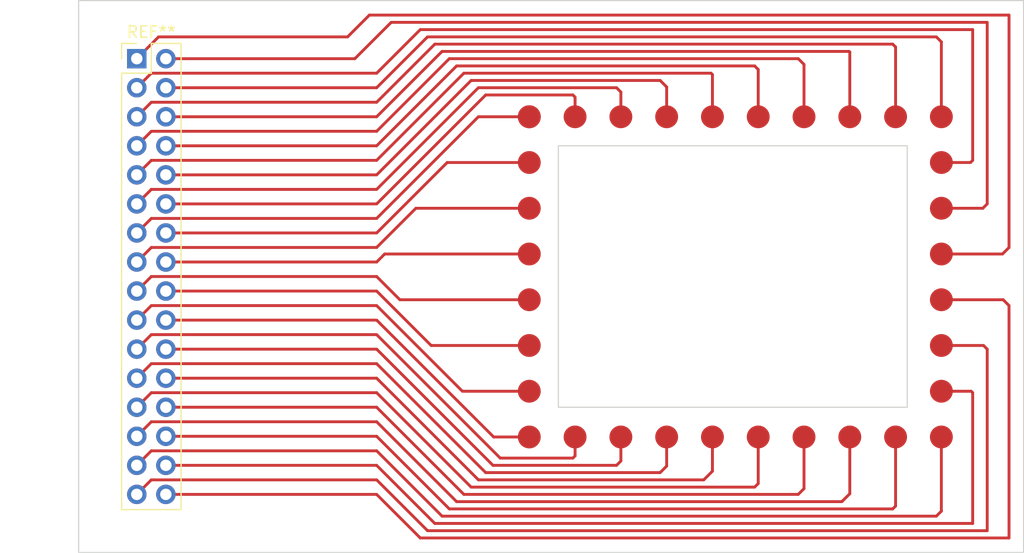
<source format=kicad_pcb>
(kicad_pcb (version 20221018) (generator pcbnew)
  (layers (0 "F.Cu" signal) (31 "B.Cu" signal) (34 "B.Paste" user) (35 "F.Paste" user) (36 "B.SilkS" user "B.Silkscreen") (37 "F.SilkS" user "F.Silkscreen") (38 "B.Mask" user) (39 "F.Mask" user) (44 "Edge.Cuts" user))
  (net 0 "")
  (footprint "Connector_PinHeader_2.54mm:PinHeader_2x16_P2.54mm_Vertical" (layer "F.Cu") (at 161.925 18.925)
    (fp_text reference "REF**" (at 1.27 -2.33) (layer "F.SilkS"))
    (fp_text value "PinHeader_2x16_P2.54mm_Vertical")
    (fp_line (start -1.33 -1.33) (end 0 -1.33) (stroke (width 0.12)) (layer "F.SilkS"))
    (fp_line (start -1.33 0) (end -1.33 -1.33) (stroke (width 0.12)) (layer "F.SilkS"))
    (fp_line (start -1.33 1.27) (end -1.33 39.43) (stroke (width 0.12)) (layer "F.SilkS"))
    (fp_line (start -1.33 1.27) (end 1.27 1.27) (stroke (width 0.12)) (layer "F.SilkS"))
    (fp_line (start -1.33 39.43) (end 3.87 39.43) (stroke (width 0.12)) (layer "F.SilkS"))
    (fp_line (start 1.27 -1.33) (end 3.87 -1.33) (stroke (width 0.12)) (layer "F.SilkS"))
    (fp_line (start 1.27 1.27) (end 1.27 -1.33) (stroke (width 0.12)) (layer "F.SilkS"))
    (fp_line (start 3.87 -1.33) (end 3.87 39.43) (stroke (width 0.12)) (layer "F.SilkS"))
    (pad "1" thru_hole rect (at 0 0) (size 1.7 1.7) (drill 1) (layers "*.Cu" "*.Mask"))
    (pad "2" thru_hole oval (at 2.54 0) (size 1.7 1.7) (drill 1) (layers "*.Cu" "*.Mask"))
    (pad "3" thru_hole oval (at 0 2.54) (size 1.7 1.7) (drill 1) (layers "*.Cu" "*.Mask"))
    (pad "4" thru_hole oval (at 2.54 2.54) (size 1.7 1.7) (drill 1) (layers "*.Cu" "*.Mask"))
    (pad "5" thru_hole oval (at 0 5.08) (size 1.7 1.7) (drill 1) (layers "*.Cu" "*.Mask"))
    (pad "6" thru_hole oval (at 2.54 5.08) (size 1.7 1.7) (drill 1) (layers "*.Cu" "*.Mask"))
    (pad "7" thru_hole oval (at 0 7.62) (size 1.7 1.7) (drill 1) (layers "*.Cu" "*.Mask"))
    (pad "8" thru_hole oval (at 2.54 7.62) (size 1.7 1.7) (drill 1) (layers "*.Cu" "*.Mask"))
    (pad "9" thru_hole oval (at 0 10.16) (size 1.7 1.7) (drill 1) (layers "*.Cu" "*.Mask"))
    (pad "10" thru_hole oval (at 2.54 10.16) (size 1.7 1.7) (drill 1) (layers "*.Cu" "*.Mask"))
    (pad "11" thru_hole oval (at 0 12.7) (size 1.7 1.7) (drill 1) (layers "*.Cu" "*.Mask") (clearance 0.2))
    (pad "12" thru_hole oval (at 2.54 12.7) (size 1.7 1.7) (drill 1) (layers "*.Cu" "*.Mask"))
    (pad "13" thru_hole oval (at 0 15.24) (size 1.7 1.7) (drill 1) (layers "*.Cu" "*.Mask"))
    (pad "14" thru_hole oval (at 2.54 15.24) (size 1.7 1.7) (drill 1) (layers "*.Cu" "*.Mask"))
    (pad "15" thru_hole oval (at 0 17.78) (size 1.7 1.7) (drill 1) (layers "*.Cu" "*.Mask"))
    (pad "16" thru_hole oval (at 2.54 17.78) (size 1.7 1.7) (drill 1) (layers "*.Cu" "*.Mask"))
    (pad "17" thru_hole oval (at 0 20.32) (size 1.7 1.7) (drill 1) (layers "*.Cu" "*.Mask"))
    (pad "18" thru_hole oval (at 2.54 20.32) (size 1.7 1.7) (drill 1) (layers "*.Cu" "*.Mask"))
    (pad "19" thru_hole oval (at 0 22.86) (size 1.7 1.7) (drill 1) (layers "*.Cu" "*.Mask"))
    (pad "20" thru_hole oval (at 2.54 22.86) (size 1.7 1.7) (drill 1) (layers "*.Cu" "*.Mask"))
    (pad "21" thru_hole oval (at 0 25.4) (size 1.7 1.7) (drill 1) (layers "*.Cu" "*.Mask"))
    (pad "22" thru_hole oval (at 2.54 25.4) (size 1.7 1.7) (drill 1) (layers "*.Cu" "*.Mask"))
    (pad "23" thru_hole oval (at 0 27.94) (size 1.7 1.7) (drill 1) (layers "*.Cu" "*.Mask"))
    (pad "24" thru_hole oval (at 2.54 27.94) (size 1.7 1.7) (drill 1) (layers "*.Cu" "*.Mask"))
    (pad "25" thru_hole oval (at 0 30.48) (size 1.7 1.7) (drill 1) (layers "*.Cu" "*.Mask"))
    (pad "26" thru_hole oval (at 2.54 30.48) (size 1.7 1.7) (drill 1) (layers "*.Cu" "*.Mask"))
    (pad "27" thru_hole oval (at 0 33.02) (size 1.7 1.7) (drill 1) (layers "*.Cu" "*.Mask"))
    (pad "28" thru_hole oval (at 2.54 33.02) (size 1.7 1.7) (drill 1) (layers "*.Cu" "*.Mask"))
    (pad "29" thru_hole oval (at 0 35.56) (size 1.7 1.7) (drill 1) (layers "*.Cu" "*.Mask"))
    (pad "30" thru_hole oval (at 2.54 35.56) (size 1.7 1.7) (drill 1) (layers "*.Cu" "*.Mask"))
    (pad "31" thru_hole oval (at 0 38.1) (size 1.7 1.7) (drill 1) (layers "*.Cu" "*.Mask"))
    (pad "32" thru_hole oval (at 2.54 38.1) (size 1.7 1.7) (drill 1) (layers "*.Cu" "*.Mask"))
  )
  (footprint "CustomFootprints:FingerFrame" (layer "F.Cu") (at 196.215 24.005)
    (fp_text reference "REF**" hide)
    (fp_text value "FingerFrame" hide)
    (pad "1" smd circle (at 0 0) (size 2 2) (layers "F.Cu" "F.Paste" "F.Mask"))
    (pad "1" smd circle (at 0 0) (size 2 2) (layers "F.Cu" "F.Paste" "F.Mask"))
    (pad "1" smd circle (at 0 4) (size 2 2) (layers "F.Cu" "F.Paste" "F.Mask"))
    (pad "1" smd circle (at 0 8) (size 2 2) (layers "F.Cu" "F.Paste" "F.Mask"))
    (pad "1" smd circle (at 0 12) (size 2 2) (layers "F.Cu" "F.Paste" "F.Mask"))
    (pad "1" smd circle (at 0 16) (size 2 2) (layers "F.Cu" "F.Paste" "F.Mask"))
    (pad "1" smd circle (at 0 20) (size 2 2) (layers "F.Cu" "F.Paste" "F.Mask"))
    (pad "1" smd circle (at 0 24) (size 2 2) (layers "F.Cu" "F.Paste" "F.Mask"))
    (pad "1" smd circle (at 0 28) (size 2 2) (layers "F.Cu" "F.Paste" "F.Mask"))
    (pad "1" smd circle (at 4 0) (size 2 2) (layers "F.Cu" "F.Paste" "F.Mask"))
    (pad "1" smd circle (at 4 28) (size 2 2) (layers "F.Cu" "F.Paste" "F.Mask"))
    (pad "1" smd circle (at 8 0) (size 2 2) (layers "F.Cu" "F.Paste" "F.Mask"))
    (pad "1" smd circle (at 8 28) (size 2 2) (layers "F.Cu" "F.Paste" "F.Mask"))
    (pad "1" smd circle (at 12 0) (size 2 2) (layers "F.Cu" "F.Paste" "F.Mask"))
    (pad "1" smd circle (at 12 28) (size 2 2) (layers "F.Cu" "F.Paste" "F.Mask"))
    (pad "1" smd circle (at 16 0) (size 2 2) (layers "F.Cu" "F.Paste" "F.Mask"))
    (pad "1" smd circle (at 16 28) (size 2 2) (layers "F.Cu" "F.Paste" "F.Mask"))
    (pad "1" smd circle (at 20 0) (size 2 2) (layers "F.Cu" "F.Paste" "F.Mask"))
    (pad "1" smd circle (at 20 28) (size 2 2) (layers "F.Cu" "F.Paste" "F.Mask"))
    (pad "1" smd circle (at 24 0) (size 2 2) (layers "F.Cu" "F.Paste" "F.Mask"))
    (pad "1" smd circle (at 24 28) (size 2 2) (layers "F.Cu" "F.Paste" "F.Mask"))
    (pad "1" smd circle (at 28 0) (size 2 2) (layers "F.Cu" "F.Paste" "F.Mask"))
    (pad "1" smd circle (at 28 28) (size 2 2) (layers "F.Cu" "F.Paste" "F.Mask"))
    (pad "1" smd circle (at 32 0) (size 2 2) (layers "F.Cu" "F.Paste" "F.Mask"))
    (pad "1" smd circle (at 32 28) (size 2 2) (layers "F.Cu" "F.Paste" "F.Mask"))
    (pad "1" smd circle (at 36 0) (size 2 2) (layers "F.Cu" "F.Paste" "F.Mask"))
    (pad "1" smd circle (at 36 4) (size 2 2) (layers "F.Cu" "F.Paste" "F.Mask"))
    (pad "1" smd circle (at 36 8) (size 2 2) (layers "F.Cu" "F.Paste" "F.Mask"))
    (pad "1" smd circle (at 36 12) (size 2 2) (layers "F.Cu" "F.Paste" "F.Mask"))
    (pad "1" smd circle (at 36 16) (size 2 2) (layers "F.Cu" "F.Paste" "F.Mask"))
    (pad "1" smd circle (at 36 20) (size 2 2) (layers "F.Cu" "F.Paste" "F.Mask"))
    (pad "1" smd circle (at 36 24) (size 2 2) (layers "F.Cu" "F.Paste" "F.Mask"))
    (pad "1" smd circle (at 36 28) (size 2 2) (layers "F.Cu" "F.Paste" "F.Mask"))
  )
  (gr_rect (start 156.845 13.845) (end 239.395 62.105) (stroke (width 0.1)) (fill none) (layer "Edge.Cuts"))
  (gr_rect (start 198.755 26.545) (end 229.235 49.405) (stroke (width 0.1)) (fill none) (layer "Edge.Cuts"))
  (segment (start 204.215 54.105) (end 203.835 54.485) (width 0.25) (layer "F.Cu") (net 0))
  (segment (start 235.84 32.005) (end 232.215 32.005) (width 0.25) (layer "F.Cu") (net 0))
  (segment (start 163.195 30.355) (end 161.925 31.625) (width 0.25) (layer "F.Cu") (net 0))
  (segment (start 193.04 54.485) (end 182.88 44.325) (width 0.25) (layer "F.Cu") (net 0))
  (segment (start 191.77 21.465) (end 182.88 30.355) (width 0.25) (layer "F.Cu") (net 0))
  (segment (start 163.195 43.055) (end 161.925 44.325) (width 0.25) (layer "F.Cu") (net 0))
  (segment (start 182.88 48.135) (end 163.195 48.135) (width 0.25) (layer "F.Cu") (net 0))
  (segment (start 180.34 17.02) (end 163.83 17.02) (width 0.25) (layer "F.Cu") (net 0))
  (segment (start 163.195 40.515) (end 161.925 41.785) (width 0.25) (layer "F.Cu") (net 0))
  (segment (start 182.88 46.865) (end 164.465 46.865) (width 0.25) (layer "F.Cu") (net 0))
  (segment (start 215.9 56.39) (end 191.135 56.39) (width 0.25) (layer "F.Cu") (net 0))
  (segment (start 219.71 57.025) (end 190.5 57.025) (width 0.25) (layer "F.Cu") (net 0))
  (segment (start 189.23 18.925) (end 182.88 25.275) (width 0.25) (layer "F.Cu") (net 0))
  (segment (start 196.215 36.005) (end 183.58 36.005) (width 0.25) (layer "F.Cu") (net 0))
  (segment (start 196.215 52.005) (end 193.1 52.005) (width 0.25) (layer "F.Cu") (net 0))
  (segment (start 191.135 56.39) (end 182.88 48.135) (width 0.25) (layer "F.Cu") (net 0))
  (segment (start 231.775 58.93) (end 188.595 58.93) (width 0.25) (layer "F.Cu") (net 0))
  (segment (start 163.195 50.675) (end 161.925 51.945) (width 0.25) (layer "F.Cu") (net 0))
  (segment (start 196.215 28.005) (end 189.04 28.005) (width 0.25) (layer "F.Cu") (net 0))
  (segment (start 187.325 17.02) (end 182.88 21.465) (width 0.25) (layer "F.Cu") (net 0))
  (segment (start 190.37 48.005) (end 182.88 40.515) (width 0.25) (layer "F.Cu") (net 0))
  (segment (start 216.215 24.005) (end 216.215 19.875) (width 0.25) (layer "F.Cu") (net 0))
  (segment (start 224.215 52.005) (end 224.215 56.965) (width 0.25) (layer "F.Cu") (net 0))
  (segment (start 163.195 22.735) (end 161.925 24.005) (width 0.25) (layer "F.Cu") (net 0))
  (segment (start 163.195 25.275) (end 161.925 26.545) (width 0.25) (layer "F.Cu") (net 0))
  (segment (start 182.88 45.595) (end 163.195 45.595) (width 0.25) (layer "F.Cu") (net 0))
  (segment (start 234.95 59.565) (end 187.96 59.565) (width 0.25) (layer "F.Cu") (net 0))
  (segment (start 212.215 54.995) (end 211.455 55.755) (width 0.25) (layer "F.Cu") (net 0))
  (segment (start 182.88 25.275) (end 163.195 25.275) (width 0.25) (layer "F.Cu") (net 0))
  (segment (start 200.215 24.005) (end 200.215 22.29) (width 0.25) (layer "F.Cu") (net 0))
  (segment (start 212.215 20.32) (end 212.09 20.195) (width 0.25) (layer "F.Cu") (net 0))
  (segment (start 163.195 45.595) (end 161.925 46.865) (width 0.25) (layer "F.Cu") (net 0))
  (segment (start 203.835 21.465) (end 191.77 21.465) (width 0.25) (layer "F.Cu") (net 0))
  (segment (start 189.865 19.56) (end 182.88 26.545) (width 0.25) (layer "F.Cu") (net 0))
  (segment (start 186.69 60.835) (end 182.88 57.025) (width 0.25) (layer "F.Cu") (net 0))
  (segment (start 232.215 28.005) (end 234.76 28.005) (width 0.25) (layer "F.Cu") (net 0))
  (segment (start 182.88 36.705) (end 164.465 36.705) (width 0.25) (layer "F.Cu") (net 0))
  (segment (start 196.215 48.005) (end 190.37 48.005) (width 0.25) (layer "F.Cu") (net 0))
  (segment (start 182.88 26.545) (end 164.465 26.545) (width 0.25) (layer "F.Cu") (net 0))
  (segment (start 182.88 37.975) (end 163.195 37.975) (width 0.25) (layer "F.Cu") (net 0))
  (segment (start 182.88 49.405) (end 164.465 49.405) (width 0.25) (layer "F.Cu") (net 0))
  (segment (start 196.215 24.005) (end 191.77 24.005) (width 0.25) (layer "F.Cu") (net 0))
  (segment (start 207.645 55.12) (end 192.405 55.12) (width 0.25) (layer "F.Cu") (net 0))
  (segment (start 216.215 52.005) (end 216.215 56.075) (width 0.25) (layer "F.Cu") (net 0))
  (segment (start 232.215 58.49) (end 231.775 58.93) (width 0.25) (layer "F.Cu") (net 0))
  (segment (start 182.88 21.465) (end 164.465 21.465) (width 0.25) (layer "F.Cu") (net 0))
  (segment (start 220.215 56.52) (end 219.71 57.025) (width 0.25) (layer "F.Cu") (net 0))
  (segment (start 163.195 35.435) (end 161.925 36.705) (width 0.25) (layer "F.Cu") (net 0))
  (segment (start 231.775 17.02) (end 187.325 17.02) (width 0.25) (layer "F.Cu") (net 0))
  (segment (start 182.88 43.055) (end 163.195 43.055) (width 0.25) (layer "F.Cu") (net 0))
  (segment (start 182.88 31.625) (end 164.465 31.625) (width 0.25) (layer "F.Cu") (net 0))
  (segment (start 191.77 24.005) (end 182.88 32.895) (width 0.25) (layer "F.Cu") (net 0))
  (segment (start 215.9 19.56) (end 189.865 19.56) (width 0.25) (layer "F.Cu") (net 0))
  (segment (start 220.215 19.43) (end 219.71 18.925) (width 0.25) (layer "F.Cu") (net 0))
  (segment (start 190.5 20.195) (end 182.88 27.815) (width 0.25) (layer "F.Cu") (net 0))
  (segment (start 189.04 28.005) (end 182.88 34.165) (width 0.25) (layer "F.Cu") (net 0))
  (segment (start 182.88 20.195) (end 163.195 20.195) (width 0.25) (layer "F.Cu") (net 0))
  (segment (start 182.88 24.005) (end 164.465 24.005) (width 0.25) (layer "F.Cu") (net 0))
  (segment (start 163.195 32.895) (end 161.925 34.165) (width 0.25) (layer "F.Cu") (net 0))
  (segment (start 223.52 57.66) (end 189.865 57.66) (width 0.25) (layer "F.Cu") (net 0))
  (segment (start 200.215 52.005) (end 200.215 53.66) (width 0.25) (layer "F.Cu") (net 0))
  (segment (start 208.215 21.4) (end 207.645 20.83) (width 0.25) (layer "F.Cu") (net 0))
  (segment (start 182.88 27.815) (end 163.195 27.815) (width 0.25) (layer "F.Cu") (net 0))
  (segment (start 236.22 31.625) (end 235.84 32.005) (width 0.25) (layer "F.Cu") (net 0))
  (segment (start 227.965 17.655) (end 187.96 17.655) (width 0.25) (layer "F.Cu") (net 0))
  (segment (start 200.215 22.29) (end 200.025 22.1) (width 0.25) (layer "F.Cu") (net 0))
  (segment (start 188.595 18.29) (end 182.88 24.005) (width 0.25) (layer "F.Cu") (net 0))
  (segment (start 192.405 22.1) (end 182.88 31.625) (width 0.25) (layer "F.Cu") (net 0))
  (segment (start 187.64 44.005) (end 182.88 39.245) (width 0.25) (layer "F.Cu") (net 0))
  (segment (start 186.31 32.005) (end 182.88 35.435) (width 0.25) (layer "F.Cu") (net 0))
  (segment (start 187.96 59.565) (end 182.88 54.485) (width 0.25) (layer "F.Cu") (net 0))
  (segment (start 163.195 37.975) (end 161.925 39.245) (width 0.25) (layer "F.Cu") (net 0))
  (segment (start 196.215 40.005) (end 184.91 40.005) (width 0.25) (layer "F.Cu") (net 0))
  (segment (start 234.95 48.135) (end 234.95 59.565) (width 0.25) (layer "F.Cu") (net 0))
  (segment (start 212.215 52.005) (end 212.215 54.995) (width 0.25) (layer "F.Cu") (net 0))
  (segment (start 207.645 20.83) (end 191.135 20.83) (width 0.25) (layer "F.Cu") (net 0))
  (segment (start 180.975 18.925) (end 164.465 18.925) (width 0.25) (layer "F.Cu") (net 0))
  (segment (start 236.22 60.2) (end 187.325 60.2) (width 0.25) (layer "F.Cu") (net 0))
  (segment (start 182.88 32.895) (end 163.195 32.895) (width 0.25) (layer "F.Cu") (net 0))
  (segment (start 187.96 17.655) (end 182.88 22.735) (width 0.25) (layer "F.Cu") (net 0))
  (segment (start 237.555 36.005) (end 232.215 36.005) (width 0.25) (layer "F.Cu") (net 0))
  (segment (start 237.615 40.005) (end 238.125 40.515) (width 0.25) (layer "F.Cu") (net 0))
  (segment (start 182.88 41.785) (end 164.465 41.785) (width 0.25) (layer "F.Cu") (net 0))
  (segment (start 182.88 55.755) (end 163.195 55.755) (width 0.25) (layer "F.Cu") (net 0))
  (segment (start 193.675 53.85) (end 182.88 43.055) (width 0.25) (layer "F.Cu") (net 0))
  (segment (start 224.215 56.965) (end 223.52 57.66) (width 0.25) (layer "F.Cu") (net 0))
  (segment (start 234.82 48.005) (end 234.95 48.135) (width 0.25) (layer "F.Cu") (net 0))
  (segment (start 191.77 55.755) (end 182.88 46.865) (width 0.25) (layer "F.Cu") (net 0))
  (segment (start 192.405 55.12) (end 182.88 45.595) (width 0.25) (layer "F.Cu") (net 0))
  (segment (start 232.215 24.005) (end 232.215 17.46) (width 0.25) (layer "F.Cu") (net 0))
  (segment (start 163.195 55.755) (end 161.925 57.025) (width 0.25) (layer "F.Cu") (net 0))
  (segment (start 216.215 19.875) (end 215.9 19.56) (width 0.25) (layer "F.Cu") (net 0))
  (segment (start 184.15 15.75) (end 236.22 15.75) (width 0.25) (layer "F.Cu") (net 0))
  (segment (start 224.155 18.29) (end 188.595 18.29) (width 0.25) (layer "F.Cu") (net 0))
  (segment (start 228.215 52.005) (end 228.215 58.045) (width 0.25) (layer "F.Cu") (net 0))
  (segment (start 163.195 53.215) (end 161.925 54.485) (width 0.25) (layer "F.Cu") (net 0))
  (segment (start 228.215 58.045) (end 227.965 58.295) (width 0.25) (layer "F.Cu") (net 0))
  (segment (start 182.88 39.245) (end 164.465 39.245) (width 0.25) (layer "F.Cu") (net 0))
  (segment (start 236.22 44.325) (end 236.22 60.2) (width 0.25) (layer "F.Cu") (net 0))
  (segment (start 189.23 58.295) (end 182.88 51.945) (width 0.25) (layer "F.Cu") (net 0))
  (segment (start 219.71 18.925) (end 189.23 18.925) (width 0.25) (layer "F.Cu") (net 0))
  (segment (start 238.125 60.835) (end 186.69 60.835) (width 0.25) (layer "F.Cu") (net 0))
  (segment (start 182.88 44.325) (end 164.465 44.325) (width 0.25) (layer "F.Cu") (net 0))
  (segment (start 232.215 17.46) (end 231.775 17.02) (width 0.25) (layer "F.Cu") (net 0))
  (segment (start 193.1 52.005) (end 182.88 41.785) (width 0.25) (layer "F.Cu") (net 0))
  (segment (start 190.5 57.025) (end 182.88 49.405) (width 0.25) (layer "F.Cu") (net 0))
  (segment (start 200.025 22.1) (end 192.405 22.1) (width 0.25) (layer "F.Cu") (net 0))
  (segment (start 208.215 54.55) (end 207.645 55.12) (width 0.25) (layer "F.Cu") (net 0))
  (segment (start 234.95 16.385) (end 186.69 16.385) (width 0.25) (layer "F.Cu") (net 0))
  (segment (start 184.15 15.75) (end 180.975 18.925) (width 0.25) (layer "F.Cu") (net 0))
  (segment (start 232.215 44.005) (end 235.9 44.005) (width 0.25) (layer "F.Cu") (net 0))
  (segment (start 182.88 53.215) (end 163.195 53.215) (width 0.25) (layer "F.Cu") (net 0))
  (segment (start 208.215 52.005) (end 208.215 54.55) (width 0.25) (layer "F.Cu") (net 0))
  (segment (start 182.88 35.435) (end 163.195 35.435) (width 0.25) (layer "F.Cu") (net 0))
  (segment (start 227.965 58.295) (end 189.23 58.295) (width 0.25) (layer "F.Cu") (net 0))
  (segment (start 238.125 35.435) (end 237.555 36.005) (width 0.25) (layer "F.Cu") (net 0))
  (segment (start 234.95 27.815) (end 234.95 16.385) (width 0.25) (layer "F.Cu") (net 0))
  (segment (start 235.9 44.005) (end 236.22 44.325) (width 0.25) (layer "F.Cu") (net 0))
  (segment (start 211.455 55.755) (end 191.77 55.755) (width 0.25) (layer "F.Cu") (net 0))
  (segment (start 182.88 30.355) (end 163.195 30.355) (width 0.25) (layer "F.Cu") (net 0))
  (segment (start 212.09 20.195) (end 190.5 20.195) (width 0.25) (layer "F.Cu") (net 0))
  (segment (start 186.69 16.385) (end 182.88 20.195) (width 0.25) (layer "F.Cu") (net 0))
  (segment (start 163.195 48.135) (end 161.925 49.405) (width 0.25) (layer "F.Cu") (net 0))
  (segment (start 196.215 32.005) (end 186.31 32.005) (width 0.25) (layer "F.Cu") (net 0))
  (segment (start 236.22 15.75) (end 236.22 31.625) (width 0.25) (layer "F.Cu") (net 0))
  (segment (start 184.91 40.005) (end 182.88 37.975) (width 0.25) (layer "F.Cu") (net 0))
  (segment (start 189.865 57.66) (end 182.88 50.675) (width 0.25) (layer "F.Cu") (net 0))
  (segment (start 224.215 18.35) (end 224.155 18.29) (width 0.25) (layer "F.Cu") (net 0))
  (segment (start 182.88 40.515) (end 163.195 40.515) (width 0.25) (layer "F.Cu") (net 0))
  (segment (start 182.88 51.945) (end 164.465 51.945) (width 0.25) (layer "F.Cu") (net 0))
  (segment (start 182.88 34.165) (end 164.465 34.165) (width 0.25) (layer "F.Cu") (net 0))
  (segment (start 212.215 24.005) (end 212.215 20.32) (width 0.25) (layer "F.Cu") (net 0))
  (segment (start 187.325 60.2) (end 182.88 55.755) (width 0.25) (layer "F.Cu") (net 0))
  (segment (start 182.88 29.085) (end 164.465 29.085) (width 0.25) (layer "F.Cu") (net 0))
  (segment (start 228.215 24.005) (end 228.215 17.905) (width 0.25) (layer "F.Cu") (net 0))
  (segment (start 220.215 24.005) (end 220.215 19.43) (width 0.25) (layer "F.Cu") (net 0))
  (segment (start 182.88 57.025) (end 164.465 57.025) (width 0.25) (layer "F.Cu") (net 0))
  (segment (start 204.215 52.005) (end 204.215 54.105) (width 0.25) (layer "F.Cu") (net 0))
  (segment (start 188.595 58.93) (end 182.88 53.215) (width 0.25) (layer "F.Cu") (net 0))
  (segment (start 220.215 52.005) (end 220.215 56.52) (width 0.25) (layer "F.Cu") (net 0))
  (segment (start 196.215 44.005) (end 187.64 44.005) (width 0.25) (layer "F.Cu") (net 0))
  (segment (start 234.76 28.005) (end 234.95 27.815) (width 0.25) (layer "F.Cu") (net 0))
  (segment (start 200.215 53.66) (end 200.025 53.85) (width 0.25) (layer "F.Cu") (net 0))
  (segment (start 183.58 36.005) (end 182.88 36.705) (width 0.25) (layer "F.Cu") (net 0))
  (segment (start 203.835 54.485) (end 193.04 54.485) (width 0.25) (layer "F.Cu") (net 0))
  (segment (start 238.125 15.115) (end 238.125 35.435) (width 0.25) (layer "F.Cu") (net 0))
  (segment (start 191.135 20.83) (end 182.88 29.085) (width 0.25) (layer "F.Cu") (net 0))
  (segment (start 182.88 54.485) (end 164.465 54.485) (width 0.25) (layer "F.Cu") (net 0))
  (segment (start 200.025 53.85) (end 193.675 53.85) (width 0.25) (layer "F.Cu") (net 0))
  (segment (start 238.125 40.515) (end 238.125 60.835) (width 0.25) (layer "F.Cu") (net 0))
  (segment (start 182.88 22.735) (end 163.195 22.735) (width 0.25) (layer "F.Cu") (net 0))
  (segment (start 224.215 24.005) (end 224.215 18.35) (width 0.25) (layer "F.Cu") (net 0))
  (segment (start 204.215 24.005) (end 204.215 21.845) (width 0.25) (layer "F.Cu") (net 0))
  (segment (start 232.215 40.005) (end 237.615 40.005) (width 0.25) (layer "F.Cu") (net 0))
  (segment (start 228.215 17.905) (end 227.965 17.655) (width 0.25) (layer "F.Cu") (net 0))
  (segment (start 163.195 27.815) (end 161.925 29.085) (width 0.25) (layer "F.Cu") (net 0))
  (segment (start 163.83 17.02) (end 161.925 18.925) (width 0.25) (layer "F.Cu") (net 0))
  (segment (start 163.195 20.195) (end 161.925 21.465) (width 0.25) (layer "F.Cu") (net 0))
  (segment (start 208.215 24.005) (end 208.215 21.4) (width 0.25) (layer "F.Cu") (net 0))
  (segment (start 204.215 21.845) (end 203.835 21.465) (width 0.25) (layer "F.Cu") (net 0))
  (segment (start 182.245 15.115) (end 238.125 15.115) (width 0.25) (layer "F.Cu") (net 0))
  (segment (start 182.88 50.675) (end 163.195 50.675) (width 0.25) (layer "F.Cu") (net 0))
  (segment (start 216.215 56.075) (end 215.9 56.39) (width 0.25) (layer "F.Cu") (net 0))
  (segment (start 182.245 15.115) (end 180.34 17.02) (width 0.25) (layer "F.Cu") (net 0))
  (segment (start 232.215 52.005) (end 232.215 58.49) (width 0.25) (layer "F.Cu") (net 0))
  (segment (start 232.215 48.005) (end 234.82 48.005) (width 0.25) (layer "F.Cu") (net 0))
)
</source>
